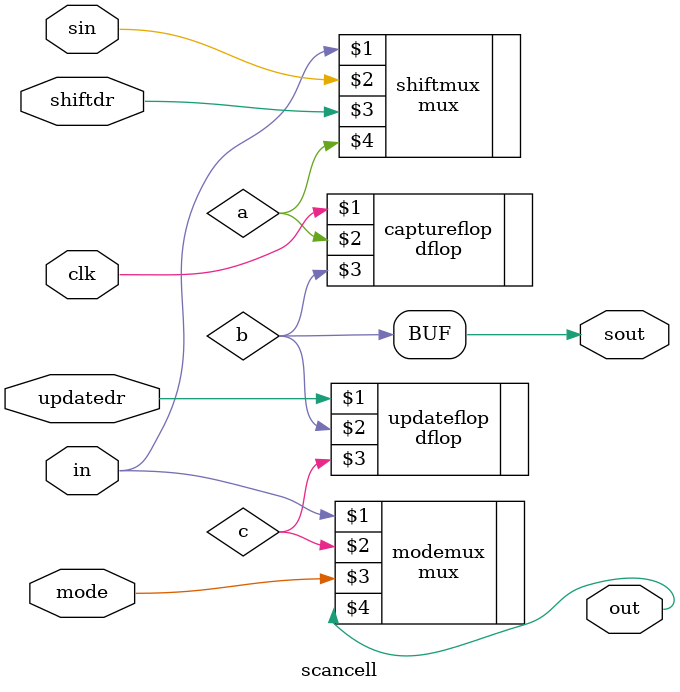
<source format=v>
`timescale 1ns / 1ps
module scancell(in,sin,shiftdr,clk,updatedr,mode,sout,out);
input in,sin,shiftdr,clk,updatedr,mode;
output sout;
output out;
wire a,b,c;
mux shiftmux(in,sin,shiftdr,a);
dflop captureflop(clk,a,b);
dflop updateflop(updatedr,b,c);
mux modemux(in,c,mode,out);
assign sout=b;

    
endmodule


</source>
